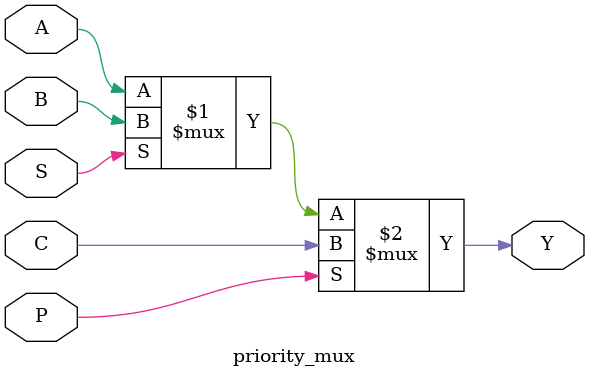
<source format=v>
module priority_mux (
    input A,
    input B,
    input C,
    input S,
    input P,
    output Y
);

    assign Y = (P) ? C : ((S) ? B : A);

endmodule
</source>
